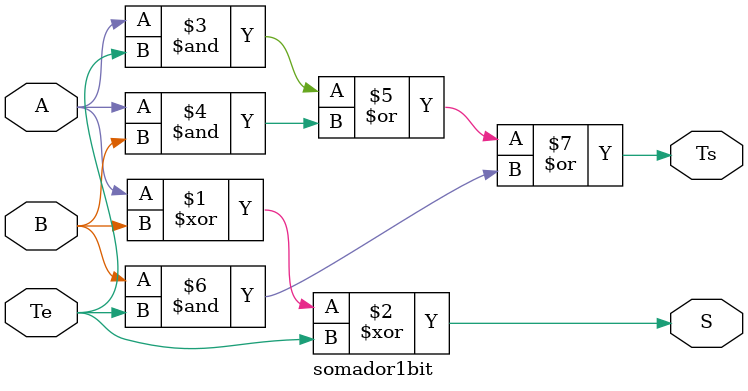
<source format=v>
module somador1bit(A, B, Te, Ts, S);
input A, B, Te;
output Ts, S;

//saida
assign S = (A ^ B) ^ Te;
//transporte de saida
assign Ts = (A & Te) | (A & B) | (B & Te);

endmodule

</source>
